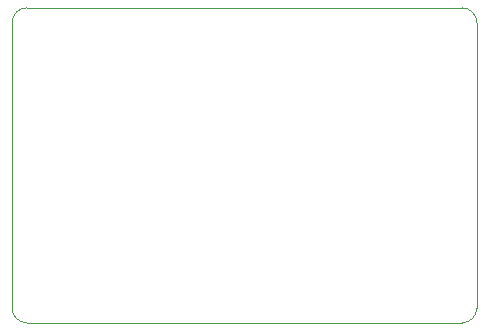
<source format=gbr>
%TF.GenerationSoftware,KiCad,Pcbnew,5.1.6+dfsg1-1*%
%TF.CreationDate,2020-06-20T13:40:11+08:00*%
%TF.ProjectId,stm32dev,73746d33-3264-4657-962e-6b696361645f,rev?*%
%TF.SameCoordinates,Original*%
%TF.FileFunction,Profile,NP*%
%FSLAX46Y46*%
G04 Gerber Fmt 4.6, Leading zero omitted, Abs format (unit mm)*
G04 Created by KiCad (PCBNEW 5.1.6+dfsg1-1) date 2020-06-20 13:40:11*
%MOMM*%
%LPD*%
G01*
G04 APERTURE LIST*
%TA.AperFunction,Profile*%
%ADD10C,0.050000*%
%TD*%
G04 APERTURE END LIST*
D10*
X173355000Y-84455000D02*
G75*
G02*
X174625000Y-85725000I0J-1270000D01*
G01*
X174625000Y-109855000D02*
G75*
G02*
X173355000Y-111125000I-1270000J0D01*
G01*
X136525000Y-111125000D02*
G75*
G02*
X135255000Y-109855000I0J1270000D01*
G01*
X135255000Y-85725000D02*
G75*
G02*
X136525000Y-84455000I1270000J0D01*
G01*
X135255000Y-109855000D02*
X135255000Y-85725000D01*
X173355000Y-111125000D02*
X136525000Y-111125000D01*
X174625000Y-85725000D02*
X174625000Y-109855000D01*
X136525000Y-84455000D02*
X173355000Y-84455000D01*
M02*

</source>
